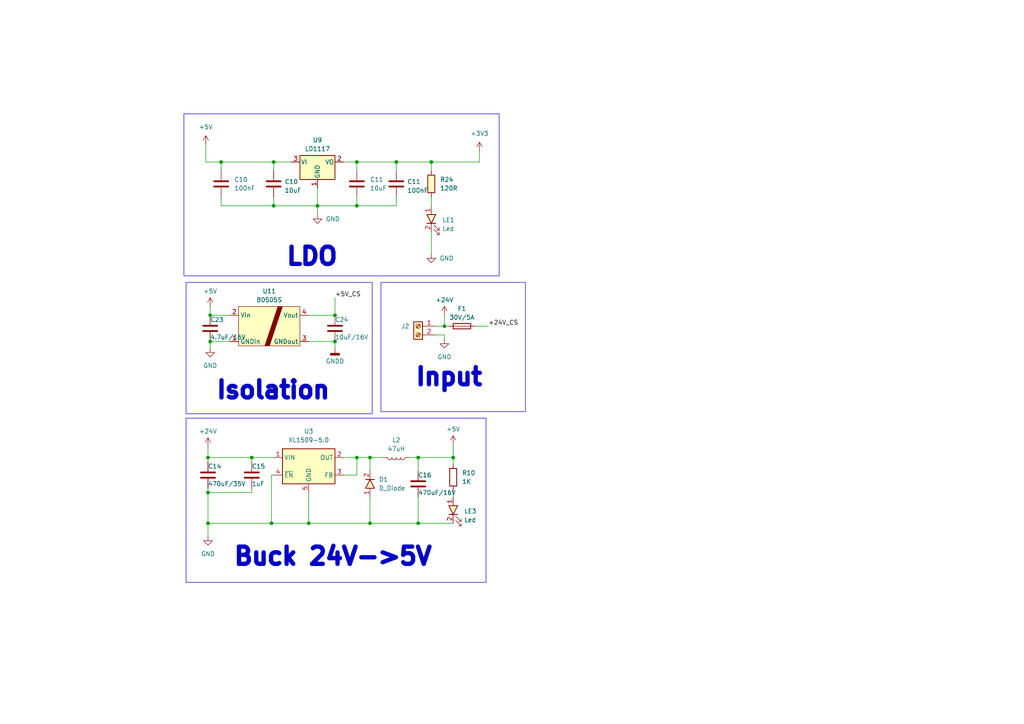
<source format=kicad_sch>
(kicad_sch (version 20230121) (generator eeschema)
  (paper "A4")
  (lib_symbols
    (symbol "Connector:Screw_Terminal_01x02" (pin_names (offset 1.016) hide)
      (property "Reference" "J" (at 0 2.54 0))
      (property "Value" "Screw_Terminal_01x02" (at 0 -5.08 0))
      (symbol "Screw_Terminal_01x02_1_1"
        (rectangle (start -1.27 1.27) (end 1.27 -3.81) (stroke (width 0.254)) (fill (type background)))
        (circle (center 0 -2.54) (radius 0.635) (stroke (width 0.1524)))
        (polyline (pts (xy -0.5334 -2.2098) (xy 0.3302 -3.048)) (stroke (width 0.1524)))
        (polyline (pts (xy -0.5334 0.3302) (xy 0.3302 -0.508)) (stroke (width 0.1524)))
        (polyline (pts (xy -0.3556 -2.032) (xy 0.508 -2.8702)) (stroke (width 0.1524)))
        (polyline (pts (xy -0.3556 0.508) (xy 0.508 -0.3302)) (stroke (width 0.1524)))
        (circle (center 0 0) (radius 0.635) (stroke (width 0.1524)))
        (pin passive line (at -5.08 0 0) (length 3.81) (name "Pin_1") (number "1"))
        (pin passive line (at -5.08 -2.54 0) (length 3.81) (name "Pin_2") (number "2"))
      )
    )
    (symbol "Device:C" (pin_numbers hide) (pin_names (offset 0.254))
      (property "Reference" "C" (at 0.635 2.54 0))
      (property "Value" "C" (at 0.635 -2.54 0))
      (symbol "C_0_1"
        (polyline (pts (xy -2.032 -0.762) (xy 2.032 -0.762)) (stroke (width 0.508)))
        (polyline (pts (xy -2.032 0.762) (xy 2.032 0.762)) (stroke (width 0.508)))
      )
      (symbol "C_1_1"
        (pin passive line (at 0 3.81 270) (length 2.794) (name "~") (number "1"))
        (pin passive line (at 0 -3.81 90) (length 2.794) (name "~") (number "2"))
      )
    )
    (symbol "Device:Fuse" (pin_numbers hide) (pin_names (offset 0))
      (property "Reference" "F" (at 2.032 0 90))
      (property "Value" "Fuse" (at -1.905 0 90))
      (symbol "Fuse_0_1"
        (rectangle (start -0.762 -2.54) (end 0.762 2.54) (stroke (width 0.254)))
        (polyline (pts (xy 0 2.54) (xy 0 -2.54)))
      )
      (symbol "Fuse_1_1"
        (pin passive line (at 0 3.81 270) (length 1.27) (name "~") (number "1"))
        (pin passive line (at 0 -3.81 90) (length 1.27) (name "~") (number "2"))
      )
    )
    (symbol "Device:L" (pin_numbers hide) (pin_names (offset 1.016) hide)
      (property "Reference" "L" (at -1.27 0 90))
      (property "Value" "L" (at 1.905 0 90))
      (symbol "L_0_1"
        (arc (start 0 -2.54) (mid 0.6323 -1.905) (end 0 -1.27))
        (arc (start 0 -1.27) (mid 0.6323 -0.635) (end 0 0))
        (arc (start 0 0) (mid 0.6323 0.635) (end 0 1.27))
        (arc (start 0 1.27) (mid 0.6323 1.905) (end 0 2.54))
      )
      (symbol "L_1_1"
        (pin passive line (at 0 3.81 270) (length 1.27) (name "1") (number "1"))
        (pin passive line (at 0 -3.81 90) (length 1.27) (name "2") (number "2"))
      )
    )
    (symbol "Device:R" (pin_numbers hide) (pin_names (offset 0))
      (property "Reference" "R" (at 2.032 0 90))
      (property "Value" "R" (at 0 0 90))
      (symbol "R_0_1"
        (rectangle (start -1.016 -2.54) (end 1.016 2.54) (stroke (width 0.254)))
      )
      (symbol "R_1_1"
        (pin passive line (at 0 3.81 270) (length 1.27) (name "~") (number "1"))
        (pin passive line (at 0 -3.81 90) (length 1.27) (name "~") (number "2"))
      )
    )
    (symbol "GND_1" (power) (pin_names (offset 0))
      (property "Value" "GND_1" (at 0 -3.81 0))
      (symbol "GND_1_0_1"
        (polyline (pts (xy 0 0) (xy 0 -1.27) (xy 1.27 -1.27) (xy 0 -2.54) (xy -1.27 -1.27) (xy 0 -1.27)))
      )
      (symbol "GND_1_1_1"
        (pin power_in line (at 0 0 270) (length 0) hide (name "GND") (number "1"))
      )
    )
    (symbol "GND_2" (power) (pin_names (offset 0))
      (property "Value" "GND_2" (at 0 -3.81 0))
      (symbol "GND_2_0_1"
        (polyline (pts (xy 0 0) (xy 0 -1.27) (xy 1.27 -1.27) (xy 0 -2.54) (xy -1.27 -1.27) (xy 0 -1.27)))
      )
      (symbol "GND_2_1_1"
        (pin power_in line (at 0 0 270) (length 0) hide (name "GND") (number "1"))
      )
    )
    (symbol "IVS_SYMBOLS:B0505S"
      (property "Reference" "U" (at -10.16 7.62 0))
      (property "Value" "B0505S" (at 0 -7.62 0))
      (symbol "B0505S_0_1"
        (polyline (pts (xy -10.16 5.08) (xy -10.16 -6.35) (xy -2.54 -6.35) (xy 1.27 5.08) (xy -10.16 5.08)) (fill (type background)))
        (polyline (pts (xy 1.27 5.08) (xy 2.54 5.08) (xy -1.27 -6.35) (xy -2.54 -6.35) (xy 1.27 5.08)) (fill (type outline)))
        (polyline (pts (xy 2.54 5.08) (xy -1.27 -6.35) (xy 7.62 -6.35) (xy 7.62 5.08) (xy 2.54 5.08)) (fill (type background)))
      )
      (symbol "B0505S_1_1"
        (pin power_in line (at -12.7 -5.08 0) (length 2.54) (name "GNDin") (number "1"))
        (pin power_in line (at -12.7 2.54 0) (length 2.54) (name "Vin") (number "2"))
        (pin power_out line (at 10.16 -5.08 180) (length 2.54) (name "GNDout") (number "3"))
        (pin power_out line (at 10.16 2.54 180) (length 2.54) (name "Vout") (number "4"))
      )
    )
    (symbol "IVS_SYMBOLS:C" (pin_numbers hide) (pin_names (offset 0.254))
      (property "Reference" "C" (at 0.635 2.54 0))
      (property "Value" "C" (at 0.635 -2.54 0))
      (symbol "C_0_1"
        (polyline (pts (xy -2.032 -0.762) (xy 2.032 -0.762)) (stroke (width 0.508)))
        (polyline (pts (xy -2.032 0.762) (xy 2.032 0.762)) (stroke (width 0.508)))
      )
      (symbol "C_1_1"
        (pin passive line (at 0 3.81 270) (length 2.794) (name "~") (number "1"))
        (pin passive line (at 0 -3.81 90) (length 2.794) (name "~") (number "2"))
      )
    )
    (symbol "IVS_SYMBOLS:D_Diode"
      (property "Reference" "D" (at 0 2.54 0))
      (property "Value" "D_Diode" (at 0 -2.54 0))
      (symbol "D_Diode_0_1"
        (polyline (pts (xy 0 1.27) (xy 0 -1.27)) (stroke (width 0.254)))
        (polyline (pts (xy 2.54 1.27) (xy 2.54 -1.27) (xy 0 0) (xy 2.54 1.27)) (stroke (width 0.254)) (fill (type background)))
      )
      (symbol "D_Diode_1_1"
        (pin passive line (at 5.08 0 180) (length 2.54) (name "") (number "1"))
        (pin passive line (at -2.54 0 0) (length 2.54) (name "") (number "2"))
      )
    )
    (symbol "IVS_SYMBOLS:LD1117" (pin_names (offset 0.254))
      (property "Reference" "U" (at -3.81 3.175 0))
      (property "Value" "LD1117" (at 0 3.175 0))
      (symbol "LD1117_0_1"
        (rectangle (start -5.08 -5.08) (end 5.08 1.905) (stroke (width 0.254)) (fill (type background)))
      )
      (symbol "LD1117_1_1"
        (pin power_in line (at 0 -7.62 90) (length 2.54) (name "GND") (number "1"))
        (pin power_out line (at 7.62 0 180) (length 2.54) (name "VO") (number "2"))
        (pin power_in line (at -7.62 0 0) (length 2.54) (name "VI") (number "3"))
      )
    )
    (symbol "IVS_SYMBOLS:Led"
      (property "Reference" "LE1" (at 0.9525 -3.175 90))
      (property "Value" "Led" (at -1.5875 -3.175 90))
      (symbol "Led_0_1"
        (polyline (pts (xy 0 -1.27) (xy 0 1.27)) (stroke (width 0.254)))
        (polyline (pts (xy 2.54 -1.27) (xy 2.54 1.27) (xy 0 0) (xy 2.54 -1.27)) (stroke (width 0.254)) (fill (type background)))
        (polyline (pts (xy -1.778 -0.762) (xy -3.302 -2.286) (xy -2.54 -2.286) (xy -3.302 -2.286) (xy -3.302 -1.524)))
        (polyline (pts (xy -0.508 -0.762) (xy -2.032 -2.286) (xy -1.27 -2.286) (xy -2.032 -2.286) (xy -2.032 -1.524)))
      )
      (symbol "Led_1_1"
        (pin passive line (at 5.08 0 180) (length 2.54) (name "") (number "1"))
        (pin passive line (at -2.54 0 0) (length 2.54) (name "") (number "2"))
      )
    )
    (symbol "IVS_SYMBOLS:R" (pin_numbers hide) (pin_names (offset 0))
      (property "Reference" "R" (at 2.032 0 90))
      (property "Value" "R" (at 0 0 90))
      (symbol "R_1_1"
        (rectangle (start -1.016 2.54) (end 1.016 -2.54) (stroke (width 0.254)) (fill (type background)))
        (pin passive line (at 0 3.81 270) (length 1.27) (name "~") (number "1"))
        (pin passive line (at 0 -3.81 90) (length 1.27) (name "~") (number "2"))
      )
    )
    (symbol "Regulator_Switching:XL1509-5.0"
      (property "Reference" "U" (at -7.112 6.096 0))
      (property "Value" "XL1509-5.0" (at 5.842 6.096 0))
      (symbol "XL1509-5.0_0_1"
        (rectangle (start -7.62 5.08) (end 7.62 -5.08) (stroke (width 0.254)) (fill (type background)))
      )
      (symbol "XL1509-5.0_1_1"
        (pin power_in line (at -10.16 2.54 0) (length 2.54) (name "VIN") (number "1"))
        (pin power_out line (at 10.16 2.54 180) (length 2.54) (name "OUT") (number "2"))
        (pin input line (at 10.16 -2.54 180) (length 2.54) (name "FB") (number "3"))
        (pin input line (at -10.16 -2.54 0) (length 2.54) (name "~{EN}") (number "4"))
        (pin power_in line (at 0 -7.62 90) (length 2.54) (name "GND") (number "5"))
        (pin passive line (at 0 -7.62 90) (length 2.54) hide (name "GND") (number "6"))
        (pin passive line (at 0 -7.62 90) (length 2.54) hide (name "GND") (number "7"))
        (pin passive line (at 0 -7.62 90) (length 2.54) hide (name "GND") (number "8"))
      )
    )
    (symbol "power:+24V" (power) (pin_names (offset 0))
      (property "Value" "+24V" (at 0 3.556 0))
      (symbol "+24V_0_1"
        (polyline (pts (xy -0.762 1.27) (xy 0 2.54)))
        (polyline (pts (xy 0 0) (xy 0 2.54)))
        (polyline (pts (xy 0 2.54) (xy 0.762 1.27)))
      )
      (symbol "+24V_1_1"
        (pin power_in line (at 0 0 90) (length 0) hide (name "+24V") (number "1"))
      )
    )
    (symbol "power:+3V3" (power) (pin_names (offset 0))
      (property "Value" "+3V3" (at 0 3.556 0))
      (symbol "+3V3_0_1"
        (polyline (pts (xy -0.762 1.27) (xy 0 2.54)))
        (polyline (pts (xy 0 0) (xy 0 2.54)))
        (polyline (pts (xy 0 2.54) (xy 0.762 1.27)))
      )
      (symbol "+3V3_1_1"
        (pin power_in line (at 0 0 90) (length 0) hide (name "+3V3") (number "1"))
      )
    )
    (symbol "power:+5V" (power) (pin_names (offset 0))
      (property "Value" "+5V" (at 0 3.556 0))
      (symbol "+5V_0_1"
        (polyline (pts (xy -0.762 1.27) (xy 0 2.54)))
        (polyline (pts (xy 0 0) (xy 0 2.54)))
        (polyline (pts (xy 0 2.54) (xy 0.762 1.27)))
      )
      (symbol "+5V_1_1"
        (pin power_in line (at 0 0 90) (length 0) hide (name "+5V") (number "1"))
      )
    )
    (symbol "power:GND" (power) (pin_names (offset 0))
      (property "Value" "GND" (at 0 -3.81 0))
      (symbol "GND_0_1"
        (polyline (pts (xy 0 0) (xy 0 -1.27) (xy 1.27 -1.27) (xy 0 -2.54) (xy -1.27 -1.27) (xy 0 -1.27)))
      )
      (symbol "GND_1_1"
        (pin power_in line (at 0 0 270) (length 0) hide (name "GND") (number "1"))
      )
    )
    (symbol "power:GNDD" (power) (pin_names (offset 0))
      (property "Value" "GNDD" (at 0 -3.175 0))
      (symbol "GNDD_0_1"
        (rectangle (start -1.27 -1.524) (end 1.27 -2.032) (stroke (width 0.254)) (fill (type outline)))
        (polyline (pts (xy 0 0) (xy 0 -1.524)))
      )
      (symbol "GNDD_1_1"
        (pin power_in line (at 0 0 270) (length 0) hide (name "GNDD") (number "1"))
      )
    )
  )
  (junction (at 78.74 151.765))
  (junction (at 79.375 46.99))
  (junction (at 92.075 59.69))
  (junction (at 60.96 91.44))
  (junction (at 128.905 94.615))
  (junction (at 107.315 151.765))
  (junction (at 107.315 132.715))
  (junction (at 79.375 59.69))
  (junction (at 103.505 59.69))
  (junction (at 103.505 46.99))
  (junction (at 97.155 99.06))
  (junction (at 121.285 132.715))
  (junction (at 60.96 99.06))
  (junction (at 60.325 151.765))
  (junction (at 103.505 132.715))
  (junction (at 89.535 151.765))
  (junction (at 73.025 132.715))
  (junction (at 64.135 46.99))
  (junction (at 125.095 46.99))
  (junction (at 121.285 151.765))
  (junction (at 60.325 142.875))
  (junction (at 60.325 132.715))
  (junction (at 114.935 46.99))
  (junction (at 131.445 132.715))
  (junction (at 97.155 91.44))
  (wire (pts (xy 99.695 137.795) (xy 103.505 137.795)))
  (wire (pts (xy 64.135 59.69) (xy 79.375 59.69)))
  (wire (pts (xy 66.675 91.44) (xy 60.96 91.44)))
  (wire (pts (xy 118.745 132.715) (xy 121.285 132.715)))
  (wire (pts (xy 125.095 46.99) (xy 125.095 49.53)))
  (wire (pts (xy 64.135 57.15) (xy 64.135 59.69)))
  (wire (pts (xy 92.075 59.69) (xy 92.075 54.61)))
  (wire (pts (xy 73.025 132.715) (xy 60.325 132.715)))
  (wire (pts (xy 59.69 41.91) (xy 59.69 46.99)))
  (wire (pts (xy 114.935 46.99) (xy 125.095 46.99)))
  (wire (pts (xy 79.375 137.795) (xy 78.74 137.795)))
  (wire (pts (xy 66.675 99.06) (xy 60.96 99.06)))
  (wire (pts (xy 92.075 59.69) (xy 103.505 59.69)))
  (wire (pts (xy 103.505 57.15) (xy 103.505 59.69)))
  (wire (pts (xy 60.325 132.715) (xy 60.325 133.985)))
  (wire (pts (xy 137.795 94.615) (xy 141.605 94.615)))
  (wire (pts (xy 103.505 132.715) (xy 107.315 132.715)))
  (wire (pts (xy 128.905 91.44) (xy 128.905 94.615)))
  (wire (pts (xy 131.445 142.24) (xy 131.445 144.145)))
  (wire (pts (xy 121.285 151.765) (xy 107.315 151.765)))
  (wire (pts (xy 139.065 43.815) (xy 139.065 46.99)))
  (wire (pts (xy 60.325 142.875) (xy 60.325 141.605)))
  (wire (pts (xy 79.375 57.15) (xy 79.375 59.69)))
  (wire (pts (xy 121.285 151.765) (xy 131.445 151.765)))
  (wire (pts (xy 60.96 91.44) (xy 60.96 88.9)))
  (wire (pts (xy 78.74 137.795) (xy 78.74 151.765)))
  (wire (pts (xy 121.285 132.715) (xy 121.285 136.525)))
  (wire (pts (xy 128.905 94.615) (xy 130.175 94.615)))
  (wire (pts (xy 114.935 59.69) (xy 103.505 59.69)))
  (wire (pts (xy 92.075 59.69) (xy 92.075 62.23)))
  (wire (pts (xy 114.935 46.99) (xy 114.935 49.53)))
  (wire (pts (xy 79.375 59.69) (xy 92.075 59.69)))
  (wire (pts (xy 73.025 141.605) (xy 73.025 142.875)))
  (wire (pts (xy 60.325 155.575) (xy 60.325 151.765)))
  (wire (pts (xy 121.285 132.715) (xy 131.445 132.715)))
  (wire (pts (xy 128.905 97.155) (xy 128.905 98.425)))
  (wire (pts (xy 131.445 128.905) (xy 131.445 132.715)))
  (wire (pts (xy 126.365 94.615) (xy 128.905 94.615)))
  (wire (pts (xy 79.375 46.99) (xy 79.375 49.53)))
  (wire (pts (xy 78.74 151.765) (xy 60.325 151.765)))
  (wire (pts (xy 103.505 132.715) (xy 103.505 137.795)))
  (wire (pts (xy 64.135 46.99) (xy 59.69 46.99)))
  (wire (pts (xy 89.535 142.875) (xy 89.535 151.765)))
  (wire (pts (xy 73.025 132.715) (xy 73.025 133.985)))
  (wire (pts (xy 125.095 73.66) (xy 125.095 67.31)))
  (wire (pts (xy 131.445 134.62) (xy 131.445 132.715)))
  (wire (pts (xy 79.375 132.715) (xy 73.025 132.715)))
  (wire (pts (xy 73.025 142.875) (xy 60.325 142.875)))
  (wire (pts (xy 99.695 46.99) (xy 103.505 46.99)))
  (wire (pts (xy 107.315 151.765) (xy 89.535 151.765)))
  (wire (pts (xy 60.325 151.765) (xy 60.325 142.875)))
  (wire (pts (xy 126.365 97.155) (xy 128.905 97.155)))
  (wire (pts (xy 111.125 132.715) (xy 107.315 132.715)))
  (wire (pts (xy 89.535 91.44) (xy 97.155 91.44)))
  (wire (pts (xy 125.095 57.15) (xy 125.095 59.69)))
  (wire (pts (xy 99.695 132.715) (xy 103.505 132.715)))
  (wire (pts (xy 64.135 46.99) (xy 64.135 49.53)))
  (wire (pts (xy 121.285 144.145) (xy 121.285 151.765)))
  (wire (pts (xy 107.315 132.715) (xy 107.315 136.525)))
  (wire (pts (xy 64.135 46.99) (xy 79.375 46.99)))
  (wire (pts (xy 97.155 91.44) (xy 97.155 86.36)))
  (wire (pts (xy 60.325 129.54) (xy 60.325 132.715)))
  (wire (pts (xy 79.375 46.99) (xy 84.455 46.99)))
  (wire (pts (xy 89.535 99.06) (xy 97.155 99.06)))
  (wire (pts (xy 97.155 99.06) (xy 97.155 100.965)))
  (wire (pts (xy 107.315 144.145) (xy 107.315 151.765)))
  (wire (pts (xy 60.96 99.06) (xy 60.96 100.965)))
  (wire (pts (xy 125.095 46.99) (xy 139.065 46.99)))
  (wire (pts (xy 89.535 151.765) (xy 78.74 151.765)))
  (wire (pts (xy 103.505 49.53) (xy 103.505 46.99)))
  (wire (pts (xy 103.505 46.99) (xy 114.935 46.99)))
  (wire (pts (xy 114.935 57.15) (xy 114.935 59.69)))
  (rectangle (start 53.975 121.285) (end 140.97 168.91))
  (rectangle (start 53.975 81.915) (end 107.95 120.015))
  (rectangle (start 110.49 81.915) (end 152.4 119.38))
  (rectangle (start 53.34 33.02) (end 144.78 80.01))
  (text "LDO" (at 82.55 77.47 0) (effects (font (size 5 5) (thickness 2) bold) (justify left bottom)))
  (text "Buck 24V->5V\n" (at 67.31 164.465 0) (effects (font (size 5 5) (thickness 2) bold) (justify left bottom)))
  (text "Isolation" (at 62.23 116.205 0) (effects (font (size 5 5) (thickness 2) bold) (justify left bottom)))
  (text "Input\n" (at 120.015 112.395 0) (effects (font (size 5 5) (thickness 2) bold) (justify left bottom)))
  (label "+24V_CS" (at 141.605 94.615 0))
  (label "+5V_CS" (at 97.155 86.36 0))
  (symbol (lib_id "power:GND") (at 92.075 62.23 0) (unit 1)
    (property "Reference" "#PWR032" (effects hide))
    (property "Value" "GND" (at 96.52 63.5 0))
    (instances (project "dongtam" (path "" (reference "#PWR032") (unit 1))) (project "STM32F103C8T6" (path "" (reference "#PWR032") (unit 1))) (project "DriverMotor" (path "" (reference "#PWR029") (unit 1)) (path "" (reference "#PWR028") (unit 1)) (path "" (reference "#PWR030") (unit 1))))
  )
  (symbol (lib_id "power:+5V") (at 60.96 88.9 0) (unit 1)
    (property "Reference" "#PWR045" (effects hide))
    (property "Value" "+5V" (at 60.96 84.455 0))
    (instances (project "DriverMotor" (path "" (reference "#PWR045") (unit 1)) (path "" (reference "#PWR028") (unit 1))))
  )
  (symbol (lib_id "IVS_SYMBOLS:Led") (at 131.445 149.225 90) (unit 1)
    (property "Reference" "LE3" (at 134.62 148.2725 90) (effects (justify right)))
    (property "Value" "Led" (at 134.62 150.8125 90) (effects (justify right)))
    (property "Footprint" "IVS_FOOTPRINTS:LED_0603" (effects hide))
  )
  (symbol (lib_id "IVS_SYMBOLS:C") (at 64.135 53.34 0) (unit 1)
    (property "Reference" "C10" (at 67.945 52.07 0) (effects (justify left)))
    (property "Value" "100nF" (at 67.945 54.61 0) (effects (justify left)))
    (property "Footprint" "IVS_FOOTPRINTS:C_0603" (effects hide))
  )
  (symbol (lib_id "IVS_SYMBOLS:C") (at 114.935 53.34 0) (unit 1)
    (property "Reference" "C11" (at 118.11 52.705 0) (effects (justify left)))
    (property "Value" "100nF" (at 118.11 55.245 0) (effects (justify left)))
    (property "Footprint" "IVS_FOOTPRINTS:C_0603" (effects hide))
    (instances (project "DriverMotor" (path "" (reference "C11") (unit 1)) (path "" (reference "C26") (unit 1)) (path "" (reference "C25") (unit 1))))
  )
  (symbol (lib_name "GND_1") (lib_id "power:GND") (at 128.905 98.425 0) (unit 1)
    (property "Reference" "#PWR017" (effects hide))
    (property "Value" "GND" (at 128.905 103.505 0))
    (instances (project "DriverMotor" (path "" (reference "#PWR017") (unit 1)) (path "" (reference "#PWR035") (unit 1))))
  )
  (symbol (lib_name "GND_2") (lib_id "power:GND") (at 60.96 100.965 0) (unit 1)
    (property "Reference" "#PWR046" (effects hide))
    (property "Value" "GND" (at 60.96 106.045 0))
    (instances (project "DriverMotor" (path "" (reference "#PWR046") (unit 1)) (path "" (reference "#PWR029") (unit 1))))
  )
  (symbol (lib_id "Device:L") (at 114.935 132.715 270) (unit 1)
    (property "Reference" "L2" (at 114.935 127.635 90))
    (property "Value" "47uH" (at 114.935 130.175 90))
    (property "Footprint" "Inductor_SMD:L_1812_4532Metric" (effects hide))
  )
  (symbol (lib_id "IVS_SYMBOLS:C") (at 79.375 53.34 0) (unit 1)
    (property "Reference" "C10" (at 82.55 52.705 0) (effects (justify left)))
    (property "Value" "10uF" (at 82.55 55.245 0) (effects (justify left)))
    (property "Footprint" "IVS_FOOTPRINTS:C_0603" (effects hide))
    (instances (project "DriverMotor" (path "" (reference "C10") (unit 1)) (path "" (reference "C25") (unit 1)) (path "" (reference "C17") (unit 1))))
  )
  (symbol (lib_id "IVS_SYMBOLS:R") (at 125.095 53.34 0) (unit 1)
    (property "Reference" "R24" (at 127.635 52.07 0) (effects (justify left)))
    (property "Value" "120R" (at 127.635 54.61 0) (effects (justify left)))
    (property "Footprint" "IVS_FOOTPRINTS:R_0603" (effects hide))
    (instances (project "DriverMotor" (path "" (reference "R24") (unit 1)) (path "" (reference "R24") (unit 1)) (path "" (reference "R8") (unit 1))))
  )
  (symbol (lib_id "IVS_SYMBOLS:B0505S") (at 79.375 93.98 0) (unit 1)
    (property "Reference" "U11" (at 78.105 84.455 0))
    (property "Value" "B0505S" (at 78.105 86.995 0))
    (property "Footprint" "IVS_FOOTPRINTS:PowerSupply-DCDC-Isolate-2W-BxxxxS" (effects hide))
    (instances (project "DriverMotor" (path "" (reference "U11") (unit 1)) (path "" (reference "U9") (unit 1))))
  )
  (symbol (lib_id "Device:C") (at 60.325 137.795 0) (unit 1)
    (property "Reference" "C14" (at 60.325 135.255 0) (effects (justify left)))
    (property "Value" "470uF/35V" (at 60.325 140.335 0) (effects (justify left)))
    (property "Footprint" "IVS_FOOTPRINTS:CP-Alu-SMD-10x10.5mm" (effects hide))
  )
  (symbol (lib_id "Device:C") (at 121.285 140.335 0) (unit 1)
    (property "Reference" "C16" (at 121.285 137.795 0) (effects (justify left)))
    (property "Value" "470uF/16V" (at 121.285 142.875 0) (effects (justify left)))
    (property "Footprint" "IVS_FOOTPRINTS:CP-Alu-SMD-8x10.5mm" (effects hide))
  )
  (symbol (lib_id "IVS_SYMBOLS:Led") (at 125.095 64.77 90) (unit 1)
    (property "Reference" "LE1" (at 128.27 63.8175 90) (effects (justify right)))
    (property "Value" "Led" (at 128.27 66.3575 90) (effects (justify right)))
    (property "Footprint" "IVS_FOOTPRINTS:LED_0603" (effects hide))
  )
  (symbol (lib_id "Device:C") (at 60.96 95.25 0) (unit 1)
    (property "Reference" "C23" (at 60.96 92.71 0) (effects (justify left)))
    (property "Value" "4.7uF/16V" (at 60.96 97.79 0) (effects (justify left)))
    (property "Footprint" "Capacitor_SMD:CP_Elec_4x5.4" (effects hide))
    (instances (project "DriverMotor" (path "" (reference "C23") (unit 1)) (path "" (reference "C11") (unit 1))))
  )
  (symbol (lib_name "GND_1") (lib_id "power:GND") (at 60.325 155.575 0) (unit 1)
    (property "Reference" "#PWR056" (effects hide))
    (property "Value" "GND" (at 60.325 160.655 0))
    (instances (project "DriverMotor" (path "" (reference "#PWR056") (unit 1)) (path "" (reference "#PWR049") (unit 1))))
  )
  (symbol (lib_id "Device:C") (at 97.155 95.25 0) (unit 1)
    (property "Reference" "C24" (at 97.155 92.71 0) (effects (justify left)))
    (property "Value" "10uF/16V" (at 97.155 97.79 0) (effects (justify left)))
    (property "Footprint" "Capacitor_SMD:CP_Elec_4x5.4" (effects hide))
  )
  (symbol (lib_id "power:+5V") (at 59.69 41.91 0) (unit 1)
    (property "Reference" "#PWR028" (effects hide))
    (property "Value" "+5V" (at 59.69 36.83 0))
    (instances (project "DriverMotor" (path "" (reference "#PWR028") (unit 1)) (path "" (reference "#PWR029") (unit 1)) (path "" (reference "#PWR019") (unit 1))))
  )
  (symbol (lib_id "power:+24V") (at 128.905 91.44 0) (unit 1)
    (property "Reference" "#PWR035" (effects hide))
    (property "Value" "+24V" (at 128.905 86.995 0))
    (instances (project "DriverMotor" (path "" (reference "#PWR035") (unit 1)) (path "" (reference "#PWR017") (unit 1))))
  )
  (symbol (lib_id "power:GND") (at 125.095 73.66 0) (unit 1)
    (property "Reference" "#PWR032" (effects hide))
    (property "Value" "GND" (at 129.54 74.93 0))
    (instances (project "dongtam" (path "" (reference "#PWR032") (unit 1))) (project "STM32F103C8T6" (path "" (reference "#PWR032") (unit 1))) (project "DriverMotor" (path "" (reference "#PWR031") (unit 1)) (path "" (reference "#PWR028") (unit 1)) (path "" (reference "#PWR045") (unit 1))))
  )
  (symbol (lib_id "IVS_SYMBOLS:C") (at 103.505 53.34 0) (unit 1)
    (property "Reference" "C11" (at 107.315 52.07 0) (effects (justify left)))
    (property "Value" "10uF" (at 107.315 54.61 0) (effects (justify left)))
    (property "Footprint" "IVS_FOOTPRINTS:C_0603" (effects hide))
    (instances (project "DriverMotor" (path "" (reference "C11") (unit 1)) (path "" (reference "C11") (unit 1)) (path "" (reference "C23") (unit 1))))
  )
  (symbol (lib_id "power:+5V") (at 131.445 128.905 0) (unit 1)
    (property "Reference" "#PWR055" (effects hide))
    (property "Value" "+5V" (at 131.445 124.46 0))
    (instances (project "DriverMotor" (path "" (reference "#PWR055") (unit 1)) (path "" (reference "#PWR050") (unit 1))))
  )
  (symbol (lib_id "IVS_SYMBOLS:D_Diode") (at 107.315 139.065 270) (unit 1)
    (property "Reference" "D1" (at 109.855 139.065 90) (effects (justify left)))
    (property "Value" "D_Diode" (at 109.855 141.605 90) (effects (justify left)))
    (property "Footprint" "IVS_FOOTPRINTS:Package-Diode-D_SMA" (effects hide))
  )
  (symbol (lib_id "power:+3V3") (at 139.065 43.815 0) (unit 1)
    (property "Reference" "#PWR026" (effects hide))
    (property "Value" "+3V3" (at 139.065 38.735 0))
    (instances (project "dongtam" (path "" (reference "#PWR026") (unit 1))) (project "STM32F103C8T6" (path "" (reference "#PWR026") (unit 1))) (project "DriverMotor" (path "" (reference "#PWR030") (unit 1)) (path "" (reference "#PWR030") (unit 1)) (path "" (reference "#PWR046") (unit 1))))
  )
  (symbol (lib_id "power:GNDD") (at 97.155 100.965 0) (unit 1)
    (property "Reference" "#PWR047" (effects hide))
    (property "Value" "GNDD" (at 97.155 104.775 0))
    (instances (project "DriverMotor" (path "" (reference "#PWR047") (unit 1)) (path "" (reference "#PWR031") (unit 1))))
  )
  (symbol (lib_id "power:+24V") (at 60.325 129.54 0) (unit 1)
    (property "Reference" "#PWR054" (effects hide))
    (property "Value" "+24V" (at 60.325 125.095 0))
    (instances (project "DriverMotor" (path "" (reference "#PWR054") (unit 1)) (path "" (reference "#PWR047") (unit 1))))
  )
  (symbol (lib_id "Device:Fuse") (at 133.985 94.615 90) (unit 1)
    (property "Reference" "F1" (at 133.985 89.535 90))
    (property "Value" "30V/5A" (at 133.985 92.075 90))
    (property "Footprint" "Fuse:Fuse_Bourns_MF-RHT1000" (effects hide))
  )
  (symbol (lib_id "IVS_SYMBOLS:LD1117") (at 92.075 46.99 0) (unit 1)
    (property "Reference" "U9" (at 92.075 40.64 0))
    (property "Value" "LD1117" (at 92.075 43.18 0))
    (property "Footprint" "IVS_FOOTPRINTS:SOT233" (effects hide))
    (property "Datasheet" "https://www.rhydolabz.com/documents/LD1117.pdf" (effects hide))
    (instances (project "DriverMotor" (path "" (reference "U9") (unit 1)) (path "" (reference "U9") (unit 1)) (path "" (reference "U11") (unit 1))))
  )
  (symbol (lib_id "Regulator_Switching:XL1509-5.0") (at 89.535 135.255 0) (unit 1)
    (property "Reference" "U3" (at 89.535 125.095 0))
    (property "Value" "XL1509-5.0" (at 89.535 127.635 0))
    (property "Footprint" "Package_SO:SOIC-8_3.9x4.9mm_P1.27mm" (effects hide))
    (property "Datasheet" "https://datasheet.lcsc.com/lcsc/1809050422_XLSEMI-XL1509-5-0E1_C61063.pdf" (effects hide))
  )
  (symbol (lib_id "Device:C") (at 73.025 137.795 0) (unit 1)
    (property "Reference" "C15" (at 73.025 135.255 0) (effects (justify left)))
    (property "Value" "1uF" (at 73.025 140.335 0) (effects (justify left)))
    (property "Footprint" "IVS_FOOTPRINTS:C_0603" (effects hide))
  )
  (symbol (lib_id "Device:R") (at 131.445 138.43 0) (unit 1)
    (property "Reference" "R10" (at 133.985 137.16 0) (effects (justify left)))
    (property "Value" "1K" (at 133.985 139.7 0) (effects (justify left)))
    (property "Footprint" "IVS_FOOTPRINTS:R_0603" (effects hide))
    (instances (project "DriverMotor" (path "" (reference "R10") (unit 1)) (path "" (reference "R9") (unit 1))))
  )
  (symbol (lib_id "Connector:Screw_Terminal_01x02") (at 121.285 94.615 0) (mirror y) (unit 1)
    (property "Reference" "J2" (at 118.745 94.615 0) (effects (justify left)))
    (property "Value" "Screw_Terminal_01x02" (effects hide))
    (property "Footprint" "IVS_FOOTPRINTS:Conn-Vert-THT-2P-7.20mm-XT60_F" (effects hide))
  )
)
</source>
